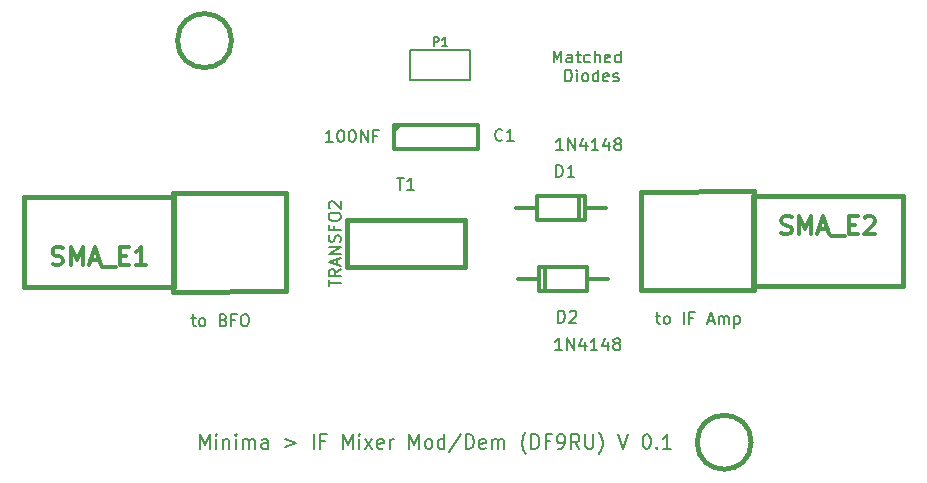
<source format=gto>
G04 #@! TF.FileFunction,Legend,Top*
%FSLAX45Y45*%
G04 Gerber Fmt 4.5, Leading zero omitted, Abs format (unit mm)*
G04 Created by KiCad (PCBNEW (2015-01-25 BZR 5388)-product) date Mo 03 Aug 2015 14:15:33 CEST*
%MOMM*%
G01*
G04 APERTURE LIST*
%ADD10C,0.150000*%
%ADD11C,0.200660*%
%ADD12C,0.381000*%
%ADD13C,0.152400*%
%ADD14C,0.317500*%
%ADD15C,0.304800*%
%ADD16C,0.203200*%
G04 APERTURE END LIST*
D10*
D11*
X16519930Y-8832487D02*
X16558054Y-8832487D01*
X16534227Y-8799129D02*
X16534227Y-8884908D01*
X16538992Y-8894439D01*
X16548523Y-8899205D01*
X16558054Y-8899205D01*
X16605710Y-8899205D02*
X16596178Y-8894439D01*
X16591413Y-8889673D01*
X16586647Y-8880142D01*
X16586647Y-8851549D01*
X16591413Y-8842018D01*
X16596178Y-8837253D01*
X16605710Y-8832487D01*
X16620006Y-8832487D01*
X16629537Y-8837253D01*
X16634303Y-8842018D01*
X16639068Y-8851549D01*
X16639068Y-8880142D01*
X16634303Y-8889673D01*
X16629537Y-8894439D01*
X16620006Y-8899205D01*
X16605710Y-8899205D01*
X16758206Y-8899205D02*
X16758206Y-8799129D01*
X16839220Y-8846784D02*
X16805862Y-8846784D01*
X16805862Y-8899205D02*
X16805862Y-8799129D01*
X16853517Y-8799129D01*
X16963124Y-8870611D02*
X17010779Y-8870611D01*
X16953593Y-8899205D02*
X16986952Y-8799129D01*
X17020310Y-8899205D01*
X17053669Y-8899205D02*
X17053669Y-8832487D01*
X17053669Y-8842018D02*
X17058434Y-8837253D01*
X17067965Y-8832487D01*
X17082262Y-8832487D01*
X17091793Y-8837253D01*
X17096559Y-8846784D01*
X17096559Y-8899205D01*
X17096559Y-8846784D02*
X17101324Y-8837253D01*
X17110855Y-8832487D01*
X17125152Y-8832487D01*
X17134683Y-8837253D01*
X17139448Y-8846784D01*
X17139448Y-8899205D01*
X17187104Y-8832487D02*
X17187104Y-8932563D01*
X17187104Y-8837253D02*
X17196635Y-8832487D01*
X17215697Y-8832487D01*
X17225228Y-8837253D01*
X17229993Y-8842018D01*
X17234759Y-8851549D01*
X17234759Y-8880142D01*
X17229993Y-8889673D01*
X17225228Y-8894439D01*
X17215697Y-8899205D01*
X17196635Y-8899205D01*
X17187104Y-8894439D01*
X12589099Y-8850521D02*
X12627223Y-8850521D01*
X12603395Y-8817163D02*
X12603395Y-8902942D01*
X12608161Y-8912473D01*
X12617692Y-8917239D01*
X12627223Y-8917239D01*
X12674878Y-8917239D02*
X12665347Y-8912473D01*
X12660582Y-8907707D01*
X12655816Y-8898176D01*
X12655816Y-8869583D01*
X12660582Y-8860052D01*
X12665347Y-8855287D01*
X12674878Y-8850521D01*
X12689175Y-8850521D01*
X12698706Y-8855287D01*
X12703471Y-8860052D01*
X12708237Y-8869583D01*
X12708237Y-8898176D01*
X12703471Y-8907707D01*
X12698706Y-8912473D01*
X12689175Y-8917239D01*
X12674878Y-8917239D01*
X12860734Y-8864818D02*
X12875030Y-8869583D01*
X12879796Y-8874349D01*
X12884561Y-8883880D01*
X12884561Y-8898176D01*
X12879796Y-8907707D01*
X12875030Y-8912473D01*
X12865499Y-8917239D01*
X12827375Y-8917239D01*
X12827375Y-8817163D01*
X12860734Y-8817163D01*
X12870265Y-8821928D01*
X12875030Y-8826694D01*
X12879796Y-8836225D01*
X12879796Y-8845756D01*
X12875030Y-8855287D01*
X12870265Y-8860052D01*
X12860734Y-8864818D01*
X12827375Y-8864818D01*
X12960810Y-8864818D02*
X12927451Y-8864818D01*
X12927451Y-8917239D02*
X12927451Y-8817163D01*
X12975106Y-8817163D01*
X13032292Y-8817163D02*
X13051355Y-8817163D01*
X13060886Y-8821928D01*
X13070417Y-8831459D01*
X13075182Y-8850521D01*
X13075182Y-8883880D01*
X13070417Y-8902942D01*
X13060886Y-8912473D01*
X13051355Y-8917239D01*
X13032292Y-8917239D01*
X13022761Y-8912473D01*
X13013230Y-8902942D01*
X13008465Y-8883880D01*
X13008465Y-8850521D01*
X13013230Y-8831459D01*
X13022761Y-8821928D01*
X13032292Y-8817163D01*
X15655435Y-6684248D02*
X15655435Y-6584172D01*
X15688794Y-6655655D01*
X15722152Y-6584172D01*
X15722152Y-6684248D01*
X15812697Y-6684248D02*
X15812697Y-6631827D01*
X15807932Y-6622296D01*
X15798401Y-6617531D01*
X15779339Y-6617531D01*
X15769808Y-6622296D01*
X15812697Y-6679483D02*
X15803166Y-6684248D01*
X15779339Y-6684248D01*
X15769808Y-6679483D01*
X15765042Y-6669952D01*
X15765042Y-6660421D01*
X15769808Y-6650890D01*
X15779339Y-6646124D01*
X15803166Y-6646124D01*
X15812697Y-6641359D01*
X15846056Y-6617531D02*
X15884180Y-6617531D01*
X15860353Y-6584172D02*
X15860353Y-6669952D01*
X15865118Y-6679483D01*
X15874649Y-6684248D01*
X15884180Y-6684248D01*
X15960429Y-6679483D02*
X15950898Y-6684248D01*
X15931836Y-6684248D01*
X15922304Y-6679483D01*
X15917539Y-6674717D01*
X15912773Y-6665186D01*
X15912773Y-6636593D01*
X15917539Y-6627062D01*
X15922304Y-6622296D01*
X15931836Y-6617531D01*
X15950898Y-6617531D01*
X15960429Y-6622296D01*
X16003318Y-6684248D02*
X16003318Y-6584172D01*
X16046208Y-6684248D02*
X16046208Y-6631827D01*
X16041443Y-6622296D01*
X16031912Y-6617531D01*
X16017615Y-6617531D01*
X16008084Y-6622296D01*
X16003318Y-6627062D01*
X16131988Y-6679483D02*
X16122457Y-6684248D01*
X16103394Y-6684248D01*
X16093863Y-6679483D01*
X16089098Y-6669952D01*
X16089098Y-6631827D01*
X16093863Y-6622296D01*
X16103394Y-6617531D01*
X16122457Y-6617531D01*
X16131988Y-6622296D01*
X16136753Y-6631827D01*
X16136753Y-6641359D01*
X16089098Y-6650890D01*
X16222532Y-6684248D02*
X16222532Y-6584172D01*
X16222532Y-6679483D02*
X16213001Y-6684248D01*
X16193939Y-6684248D01*
X16184408Y-6679483D01*
X16179643Y-6674717D01*
X16174877Y-6665186D01*
X16174877Y-6636593D01*
X16179643Y-6627062D01*
X16184408Y-6622296D01*
X16193939Y-6617531D01*
X16213001Y-6617531D01*
X16222532Y-6622296D01*
X15753128Y-6844421D02*
X15753128Y-6744345D01*
X15776956Y-6744345D01*
X15791253Y-6749110D01*
X15800784Y-6758641D01*
X15805549Y-6768172D01*
X15810315Y-6787234D01*
X15810315Y-6801531D01*
X15805549Y-6820593D01*
X15800784Y-6830124D01*
X15791253Y-6839655D01*
X15776956Y-6844421D01*
X15753128Y-6844421D01*
X15853204Y-6844421D02*
X15853204Y-6777703D01*
X15853204Y-6744345D02*
X15848439Y-6749110D01*
X15853204Y-6753876D01*
X15857970Y-6749110D01*
X15853204Y-6744345D01*
X15853204Y-6753876D01*
X15915156Y-6844421D02*
X15905625Y-6839655D01*
X15900860Y-6834890D01*
X15896094Y-6825359D01*
X15896094Y-6796765D01*
X15900860Y-6787234D01*
X15905625Y-6782469D01*
X15915156Y-6777703D01*
X15929453Y-6777703D01*
X15938984Y-6782469D01*
X15943749Y-6787234D01*
X15948515Y-6796765D01*
X15948515Y-6825359D01*
X15943749Y-6834890D01*
X15938984Y-6839655D01*
X15929453Y-6844421D01*
X15915156Y-6844421D01*
X16034294Y-6844421D02*
X16034294Y-6744345D01*
X16034294Y-6839655D02*
X16024763Y-6844421D01*
X16005701Y-6844421D01*
X15996170Y-6839655D01*
X15991405Y-6834890D01*
X15986639Y-6825359D01*
X15986639Y-6796765D01*
X15991405Y-6787234D01*
X15996170Y-6782469D01*
X16005701Y-6777703D01*
X16024763Y-6777703D01*
X16034294Y-6782469D01*
X16120074Y-6839655D02*
X16110543Y-6844421D01*
X16091481Y-6844421D01*
X16081950Y-6839655D01*
X16077184Y-6830124D01*
X16077184Y-6792000D01*
X16081950Y-6782469D01*
X16091481Y-6777703D01*
X16110543Y-6777703D01*
X16120074Y-6782469D01*
X16124839Y-6792000D01*
X16124839Y-6801531D01*
X16077184Y-6811062D01*
X16162963Y-6839655D02*
X16172494Y-6844421D01*
X16191557Y-6844421D01*
X16201088Y-6839655D01*
X16205853Y-6830124D01*
X16205853Y-6825359D01*
X16201088Y-6815827D01*
X16191557Y-6811062D01*
X16177260Y-6811062D01*
X16167729Y-6806296D01*
X16162963Y-6796765D01*
X16162963Y-6792000D01*
X16167729Y-6782469D01*
X16177260Y-6777703D01*
X16191557Y-6777703D01*
X16201088Y-6782469D01*
X12664755Y-9954139D02*
X12664755Y-9834251D01*
X12704717Y-9919885D01*
X12744680Y-9834251D01*
X12744680Y-9954139D01*
X12801770Y-9954139D02*
X12801770Y-9874214D01*
X12801770Y-9834251D02*
X12796061Y-9839960D01*
X12801770Y-9845669D01*
X12807479Y-9839960D01*
X12801770Y-9834251D01*
X12801770Y-9845669D01*
X12858859Y-9874214D02*
X12858859Y-9954139D01*
X12858859Y-9885632D02*
X12864568Y-9879923D01*
X12875986Y-9874214D01*
X12893113Y-9874214D01*
X12904531Y-9879923D01*
X12910240Y-9891341D01*
X12910240Y-9954139D01*
X12967329Y-9954139D02*
X12967329Y-9874214D01*
X12967329Y-9834251D02*
X12961620Y-9839960D01*
X12967329Y-9845669D01*
X12973038Y-9839960D01*
X12967329Y-9834251D01*
X12967329Y-9845669D01*
X13024419Y-9954139D02*
X13024419Y-9874214D01*
X13024419Y-9885632D02*
X13030128Y-9879923D01*
X13041546Y-9874214D01*
X13058672Y-9874214D01*
X13070090Y-9879923D01*
X13075799Y-9891341D01*
X13075799Y-9954139D01*
X13075799Y-9891341D02*
X13081508Y-9879923D01*
X13092926Y-9874214D01*
X13110053Y-9874214D01*
X13121471Y-9879923D01*
X13127180Y-9891341D01*
X13127180Y-9954139D01*
X13235650Y-9954139D02*
X13235650Y-9891341D01*
X13229941Y-9879923D01*
X13218523Y-9874214D01*
X13195687Y-9874214D01*
X13184269Y-9879923D01*
X13235650Y-9948430D02*
X13224232Y-9954139D01*
X13195687Y-9954139D01*
X13184269Y-9948430D01*
X13178560Y-9937012D01*
X13178560Y-9925594D01*
X13184269Y-9914176D01*
X13195687Y-9908467D01*
X13224232Y-9908467D01*
X13235650Y-9902759D01*
X13384083Y-9874214D02*
X13475426Y-9908467D01*
X13384083Y-9942721D01*
X13623859Y-9954139D02*
X13623859Y-9834251D01*
X13720911Y-9891341D02*
X13680948Y-9891341D01*
X13680948Y-9954139D02*
X13680948Y-9834251D01*
X13738038Y-9834251D01*
X13875053Y-9954139D02*
X13875053Y-9834251D01*
X13915015Y-9919885D01*
X13954978Y-9834251D01*
X13954978Y-9954139D01*
X14012067Y-9954139D02*
X14012067Y-9874214D01*
X14012067Y-9834251D02*
X14006358Y-9839960D01*
X14012067Y-9845669D01*
X14017776Y-9839960D01*
X14012067Y-9834251D01*
X14012067Y-9845669D01*
X14057739Y-9954139D02*
X14120537Y-9874214D01*
X14057739Y-9874214D02*
X14120537Y-9954139D01*
X14211881Y-9948430D02*
X14200463Y-9954139D01*
X14177627Y-9954139D01*
X14166209Y-9948430D01*
X14160500Y-9937012D01*
X14160500Y-9891341D01*
X14166209Y-9879923D01*
X14177627Y-9874214D01*
X14200463Y-9874214D01*
X14211881Y-9879923D01*
X14217590Y-9891341D01*
X14217590Y-9902759D01*
X14160500Y-9914176D01*
X14268970Y-9954139D02*
X14268970Y-9874214D01*
X14268970Y-9897050D02*
X14274679Y-9885632D01*
X14280388Y-9879923D01*
X14291806Y-9874214D01*
X14303224Y-9874214D01*
X14434530Y-9954139D02*
X14434530Y-9834251D01*
X14474492Y-9919885D01*
X14514455Y-9834251D01*
X14514455Y-9954139D01*
X14588672Y-9954139D02*
X14577254Y-9948430D01*
X14571545Y-9942721D01*
X14565836Y-9931303D01*
X14565836Y-9897050D01*
X14571545Y-9885632D01*
X14577254Y-9879923D01*
X14588672Y-9874214D01*
X14605798Y-9874214D01*
X14617216Y-9879923D01*
X14622925Y-9885632D01*
X14628634Y-9897050D01*
X14628634Y-9931303D01*
X14622925Y-9942721D01*
X14617216Y-9948430D01*
X14605798Y-9954139D01*
X14588672Y-9954139D01*
X14731395Y-9954139D02*
X14731395Y-9834251D01*
X14731395Y-9948430D02*
X14719977Y-9954139D01*
X14697142Y-9954139D01*
X14685724Y-9948430D01*
X14680015Y-9942721D01*
X14674306Y-9931303D01*
X14674306Y-9897050D01*
X14680015Y-9885632D01*
X14685724Y-9879923D01*
X14697142Y-9874214D01*
X14719977Y-9874214D01*
X14731395Y-9879923D01*
X14874119Y-9828542D02*
X14771358Y-9982684D01*
X14914082Y-9954139D02*
X14914082Y-9834251D01*
X14942627Y-9834251D01*
X14959754Y-9839960D01*
X14971171Y-9851378D01*
X14976880Y-9862796D01*
X14982589Y-9885632D01*
X14982589Y-9902759D01*
X14976880Y-9925594D01*
X14971171Y-9937012D01*
X14959754Y-9948430D01*
X14942627Y-9954139D01*
X14914082Y-9954139D01*
X15079642Y-9948430D02*
X15068224Y-9954139D01*
X15045388Y-9954139D01*
X15033970Y-9948430D01*
X15028261Y-9937012D01*
X15028261Y-9891341D01*
X15033970Y-9879923D01*
X15045388Y-9874214D01*
X15068224Y-9874214D01*
X15079642Y-9879923D01*
X15085350Y-9891341D01*
X15085350Y-9902759D01*
X15028261Y-9914176D01*
X15136731Y-9954139D02*
X15136731Y-9874214D01*
X15136731Y-9885632D02*
X15142440Y-9879923D01*
X15153858Y-9874214D01*
X15170985Y-9874214D01*
X15182403Y-9879923D01*
X15188112Y-9891341D01*
X15188112Y-9954139D01*
X15188112Y-9891341D02*
X15193821Y-9879923D01*
X15205238Y-9874214D01*
X15222365Y-9874214D01*
X15233783Y-9879923D01*
X15239492Y-9891341D01*
X15239492Y-9954139D01*
X15422179Y-9999811D02*
X15416470Y-9994102D01*
X15405052Y-9976975D01*
X15399343Y-9965557D01*
X15393634Y-9948430D01*
X15387925Y-9919885D01*
X15387925Y-9897050D01*
X15393634Y-9868505D01*
X15399343Y-9851378D01*
X15405052Y-9839960D01*
X15416470Y-9822833D01*
X15422179Y-9817124D01*
X15467850Y-9954139D02*
X15467850Y-9834251D01*
X15496395Y-9834251D01*
X15513522Y-9839960D01*
X15524940Y-9851378D01*
X15530649Y-9862796D01*
X15536358Y-9885632D01*
X15536358Y-9902759D01*
X15530649Y-9925594D01*
X15524940Y-9937012D01*
X15513522Y-9948430D01*
X15496395Y-9954139D01*
X15467850Y-9954139D01*
X15627701Y-9891341D02*
X15587738Y-9891341D01*
X15587738Y-9954139D02*
X15587738Y-9834251D01*
X15644828Y-9834251D01*
X15696208Y-9954139D02*
X15719044Y-9954139D01*
X15730462Y-9948430D01*
X15736171Y-9942721D01*
X15747589Y-9925594D01*
X15753298Y-9902759D01*
X15753298Y-9857087D01*
X15747589Y-9845669D01*
X15741880Y-9839960D01*
X15730462Y-9834251D01*
X15707626Y-9834251D01*
X15696208Y-9839960D01*
X15690499Y-9845669D01*
X15684790Y-9857087D01*
X15684790Y-9885632D01*
X15690499Y-9897050D01*
X15696208Y-9902759D01*
X15707626Y-9908467D01*
X15730462Y-9908467D01*
X15741880Y-9902759D01*
X15747589Y-9897050D01*
X15753298Y-9885632D01*
X15873186Y-9954139D02*
X15833223Y-9897050D01*
X15804678Y-9954139D02*
X15804678Y-9834251D01*
X15850350Y-9834251D01*
X15861768Y-9839960D01*
X15867477Y-9845669D01*
X15873186Y-9857087D01*
X15873186Y-9874214D01*
X15867477Y-9885632D01*
X15861768Y-9891341D01*
X15850350Y-9897050D01*
X15804678Y-9897050D01*
X15924566Y-9834251D02*
X15924566Y-9931303D01*
X15930275Y-9942721D01*
X15935984Y-9948430D01*
X15947402Y-9954139D01*
X15970238Y-9954139D01*
X15981656Y-9948430D01*
X15987365Y-9942721D01*
X15993074Y-9931303D01*
X15993074Y-9834251D01*
X16038745Y-9999811D02*
X16044454Y-9994102D01*
X16055872Y-9976975D01*
X16061581Y-9965557D01*
X16067290Y-9948430D01*
X16072999Y-9919885D01*
X16072999Y-9897050D01*
X16067290Y-9868505D01*
X16061581Y-9851378D01*
X16055872Y-9839960D01*
X16044454Y-9822833D01*
X16038745Y-9817124D01*
X16204305Y-9834251D02*
X16244268Y-9954139D01*
X16284230Y-9834251D01*
X16438372Y-9834251D02*
X16449790Y-9834251D01*
X16461208Y-9839960D01*
X16466917Y-9845669D01*
X16472626Y-9857087D01*
X16478335Y-9879923D01*
X16478335Y-9908467D01*
X16472626Y-9931303D01*
X16466917Y-9942721D01*
X16461208Y-9948430D01*
X16449790Y-9954139D01*
X16438372Y-9954139D01*
X16426954Y-9948430D01*
X16421245Y-9942721D01*
X16415536Y-9931303D01*
X16409827Y-9908467D01*
X16409827Y-9879923D01*
X16415536Y-9857087D01*
X16421245Y-9845669D01*
X16426954Y-9839960D01*
X16438372Y-9834251D01*
X16529715Y-9942721D02*
X16535424Y-9948430D01*
X16529715Y-9954139D01*
X16524006Y-9948430D01*
X16529715Y-9942721D01*
X16529715Y-9954139D01*
X16649603Y-9954139D02*
X16581096Y-9954139D01*
X16615349Y-9954139D02*
X16615349Y-9834251D01*
X16603931Y-9851378D01*
X16592514Y-9862796D01*
X16581096Y-9868505D01*
D12*
X17328642Y-9900158D02*
G75*
G03X17328642Y-9900158I-228600J0D01*
G01*
X12928600Y-6499860D02*
G75*
G03X12928600Y-6499860I-228600J0D01*
G01*
D13*
X14441932Y-6830060D02*
X14441932Y-6576060D01*
X14441932Y-6576060D02*
X14949932Y-6576060D01*
X14949932Y-6576060D02*
X14949932Y-6830060D01*
X14949932Y-6830060D02*
X14441932Y-6830060D01*
D14*
X15533878Y-8520938D02*
X15356078Y-8520938D01*
X15940278Y-8520938D02*
X16118078Y-8520938D01*
X15584678Y-8622538D02*
X15584678Y-8419338D01*
X15940278Y-8622538D02*
X15940278Y-8419338D01*
X15940278Y-8419338D02*
X15533878Y-8419338D01*
X15533878Y-8419338D02*
X15533878Y-8622538D01*
X15533878Y-8622538D02*
X15940278Y-8622538D01*
X15924276Y-7919974D02*
X16102076Y-7919974D01*
X15517876Y-7919974D02*
X15340076Y-7919974D01*
X15873476Y-7818374D02*
X15873476Y-8021574D01*
X15517876Y-7818374D02*
X15517876Y-8021574D01*
X15517876Y-8021574D02*
X15924276Y-8021574D01*
X15924276Y-8021574D02*
X15924276Y-7818374D01*
X15924276Y-7818374D02*
X15517876Y-7818374D01*
D15*
X14308328Y-7210298D02*
X15019528Y-7210298D01*
X15019528Y-7210298D02*
X15019528Y-7413498D01*
X15019528Y-7413498D02*
X14308328Y-7413498D01*
X14308328Y-7413498D02*
X14308328Y-7210298D01*
X14308328Y-7261098D02*
X14359128Y-7210298D01*
D12*
X14907006Y-8017002D02*
X14907006Y-8416798D01*
X14907006Y-8416798D02*
X13906754Y-8416798D01*
X13906754Y-8416798D02*
X13906754Y-8017002D01*
X13906754Y-8017002D02*
X14907006Y-8017002D01*
X13384800Y-8619560D02*
X12434840Y-8624640D01*
X12434840Y-8624640D02*
X12434840Y-7786440D01*
X12434840Y-7786440D02*
X13389880Y-7786440D01*
X13389880Y-7786440D02*
X13389880Y-8619560D01*
X12445000Y-8586540D02*
X12445000Y-7824540D01*
X12445000Y-7824540D02*
X11175000Y-7824540D01*
X11175000Y-7824540D02*
X11175000Y-8586540D01*
X11175000Y-8586540D02*
X12445000Y-8586540D01*
X16405200Y-7780440D02*
X17355160Y-7775360D01*
X17355160Y-7775360D02*
X17355160Y-8613560D01*
X17355160Y-8613560D02*
X16400120Y-8613560D01*
X16400120Y-8613560D02*
X16400120Y-7780440D01*
X17345000Y-7813460D02*
X17345000Y-8575460D01*
X17345000Y-8575460D02*
X18615000Y-8575460D01*
X18615000Y-8575460D02*
X18615000Y-7813460D01*
X18615000Y-7813460D02*
X17345000Y-7813460D01*
D13*
X14639689Y-6547031D02*
X14639689Y-6470831D01*
X14668718Y-6470831D01*
X14675975Y-6474460D01*
X14679603Y-6478089D01*
X14683232Y-6485346D01*
X14683232Y-6496231D01*
X14679603Y-6503489D01*
X14675975Y-6507117D01*
X14668718Y-6510746D01*
X14639689Y-6510746D01*
X14755803Y-6547031D02*
X14712261Y-6547031D01*
X14734032Y-6547031D02*
X14734032Y-6470831D01*
X14726775Y-6481717D01*
X14719518Y-6488974D01*
X14712261Y-6492603D01*
D16*
X15694092Y-8886940D02*
X15694092Y-8785340D01*
X15718282Y-8785340D01*
X15732796Y-8790178D01*
X15742472Y-8799854D01*
X15747311Y-8809530D01*
X15752149Y-8828883D01*
X15752149Y-8843397D01*
X15747311Y-8862749D01*
X15742472Y-8872426D01*
X15732796Y-8882102D01*
X15718282Y-8886940D01*
X15694092Y-8886940D01*
X15790853Y-8795016D02*
X15795692Y-8790178D01*
X15805368Y-8785340D01*
X15829558Y-8785340D01*
X15839234Y-8790178D01*
X15844072Y-8795016D01*
X15848911Y-8804692D01*
X15848911Y-8814369D01*
X15844072Y-8828883D01*
X15786015Y-8886940D01*
X15848911Y-8886940D01*
X15727390Y-9119858D02*
X15669333Y-9119858D01*
X15698361Y-9119858D02*
X15698361Y-9018258D01*
X15688685Y-9032772D01*
X15679009Y-9042448D01*
X15669333Y-9047287D01*
X15770933Y-9119858D02*
X15770933Y-9018258D01*
X15828990Y-9119858D01*
X15828990Y-9018258D01*
X15920913Y-9052125D02*
X15920913Y-9119858D01*
X15896723Y-9013420D02*
X15872533Y-9085991D01*
X15935428Y-9085991D01*
X16027352Y-9119858D02*
X15969294Y-9119858D01*
X15998323Y-9119858D02*
X15998323Y-9018258D01*
X15988647Y-9032772D01*
X15978971Y-9042448D01*
X15969294Y-9047287D01*
X16114437Y-9052125D02*
X16114437Y-9119858D01*
X16090247Y-9013420D02*
X16066056Y-9085991D01*
X16128952Y-9085991D01*
X16182171Y-9061801D02*
X16172494Y-9056963D01*
X16167656Y-9052125D01*
X16162818Y-9042448D01*
X16162818Y-9037610D01*
X16167656Y-9027934D01*
X16172494Y-9023096D01*
X16182171Y-9018258D01*
X16201523Y-9018258D01*
X16211199Y-9023096D01*
X16216037Y-9027934D01*
X16220875Y-9037610D01*
X16220875Y-9042448D01*
X16216037Y-9052125D01*
X16211199Y-9056963D01*
X16201523Y-9061801D01*
X16182171Y-9061801D01*
X16172494Y-9066639D01*
X16167656Y-9071477D01*
X16162818Y-9081153D01*
X16162818Y-9100506D01*
X16167656Y-9110182D01*
X16172494Y-9115020D01*
X16182171Y-9119858D01*
X16201523Y-9119858D01*
X16211199Y-9115020D01*
X16216037Y-9110182D01*
X16220875Y-9100506D01*
X16220875Y-9081153D01*
X16216037Y-9071477D01*
X16211199Y-9066639D01*
X16201523Y-9061801D01*
X15678090Y-7654024D02*
X15678090Y-7552424D01*
X15702280Y-7552424D01*
X15716794Y-7557262D01*
X15726470Y-7566938D01*
X15731309Y-7576614D01*
X15736147Y-7595967D01*
X15736147Y-7610481D01*
X15731309Y-7629833D01*
X15726470Y-7639510D01*
X15716794Y-7649186D01*
X15702280Y-7654024D01*
X15678090Y-7654024D01*
X15832909Y-7654024D02*
X15774851Y-7654024D01*
X15803880Y-7654024D02*
X15803880Y-7552424D01*
X15794204Y-7566938D01*
X15784528Y-7576614D01*
X15774851Y-7581452D01*
X15735264Y-7429996D02*
X15677207Y-7429996D01*
X15706235Y-7429996D02*
X15706235Y-7328396D01*
X15696559Y-7342910D01*
X15686883Y-7352586D01*
X15677207Y-7357424D01*
X15778807Y-7429996D02*
X15778807Y-7328396D01*
X15836864Y-7429996D01*
X15836864Y-7328396D01*
X15928787Y-7362263D02*
X15928787Y-7429996D01*
X15904597Y-7323558D02*
X15880407Y-7396129D01*
X15943302Y-7396129D01*
X16035226Y-7429996D02*
X15977168Y-7429996D01*
X16006197Y-7429996D02*
X16006197Y-7328396D01*
X15996521Y-7342910D01*
X15986845Y-7352586D01*
X15977168Y-7357424D01*
X16122311Y-7362263D02*
X16122311Y-7429996D01*
X16098121Y-7323558D02*
X16073930Y-7396129D01*
X16136826Y-7396129D01*
X16190045Y-7371939D02*
X16180368Y-7367101D01*
X16175530Y-7362263D01*
X16170692Y-7352586D01*
X16170692Y-7347748D01*
X16175530Y-7338072D01*
X16180368Y-7333234D01*
X16190045Y-7328396D01*
X16209397Y-7328396D01*
X16219073Y-7333234D01*
X16223911Y-7338072D01*
X16228749Y-7347748D01*
X16228749Y-7352586D01*
X16223911Y-7362263D01*
X16219073Y-7367101D01*
X16209397Y-7371939D01*
X16190045Y-7371939D01*
X16180368Y-7376777D01*
X16175530Y-7381615D01*
X16170692Y-7391291D01*
X16170692Y-7410643D01*
X16175530Y-7420320D01*
X16180368Y-7425158D01*
X16190045Y-7429996D01*
X16209397Y-7429996D01*
X16219073Y-7425158D01*
X16223911Y-7420320D01*
X16228749Y-7410643D01*
X16228749Y-7391291D01*
X16223911Y-7381615D01*
X16219073Y-7376777D01*
X16209397Y-7371939D01*
X15223067Y-7340310D02*
X15218229Y-7345148D01*
X15203714Y-7349986D01*
X15194038Y-7349986D01*
X15179524Y-7345148D01*
X15169848Y-7335472D01*
X15165010Y-7325795D01*
X15160171Y-7306443D01*
X15160171Y-7291929D01*
X15165010Y-7272576D01*
X15169848Y-7262900D01*
X15179524Y-7253224D01*
X15194038Y-7248386D01*
X15203714Y-7248386D01*
X15218229Y-7253224D01*
X15223067Y-7258062D01*
X15319829Y-7349986D02*
X15261771Y-7349986D01*
X15290800Y-7349986D02*
X15290800Y-7248386D01*
X15281124Y-7262900D01*
X15271448Y-7272576D01*
X15261771Y-7277414D01*
X13786455Y-7357860D02*
X13728398Y-7357860D01*
X13757426Y-7357860D02*
X13757426Y-7256260D01*
X13747750Y-7270774D01*
X13738074Y-7280450D01*
X13728398Y-7285288D01*
X13849350Y-7256260D02*
X13859026Y-7256260D01*
X13868702Y-7261098D01*
X13873540Y-7265936D01*
X13878379Y-7275612D01*
X13883217Y-7294965D01*
X13883217Y-7319155D01*
X13878379Y-7338507D01*
X13873540Y-7348184D01*
X13868702Y-7353022D01*
X13859026Y-7357860D01*
X13849350Y-7357860D01*
X13839674Y-7353022D01*
X13834836Y-7348184D01*
X13829998Y-7338507D01*
X13825160Y-7319155D01*
X13825160Y-7294965D01*
X13829998Y-7275612D01*
X13834836Y-7265936D01*
X13839674Y-7261098D01*
X13849350Y-7256260D01*
X13946112Y-7256260D02*
X13955788Y-7256260D01*
X13965464Y-7261098D01*
X13970302Y-7265936D01*
X13975140Y-7275612D01*
X13979979Y-7294965D01*
X13979979Y-7319155D01*
X13975140Y-7338507D01*
X13970302Y-7348184D01*
X13965464Y-7353022D01*
X13955788Y-7357860D01*
X13946112Y-7357860D01*
X13936436Y-7353022D01*
X13931598Y-7348184D01*
X13926760Y-7338507D01*
X13921921Y-7319155D01*
X13921921Y-7294965D01*
X13926760Y-7275612D01*
X13931598Y-7265936D01*
X13936436Y-7261098D01*
X13946112Y-7256260D01*
X14023521Y-7357860D02*
X14023521Y-7256260D01*
X14081579Y-7357860D01*
X14081579Y-7256260D01*
X14163826Y-7304641D02*
X14129960Y-7304641D01*
X14129960Y-7357860D02*
X14129960Y-7256260D01*
X14178340Y-7256260D01*
D11*
X14330632Y-7661970D02*
X14387818Y-7661970D01*
X14359225Y-7762046D02*
X14359225Y-7661970D01*
X14473597Y-7762046D02*
X14416411Y-7762046D01*
X14445004Y-7762046D02*
X14445004Y-7661970D01*
X14435473Y-7676267D01*
X14425942Y-7685798D01*
X14416411Y-7690564D01*
X13752128Y-8581463D02*
X13752128Y-8524276D01*
X13852204Y-8552869D02*
X13752128Y-8552869D01*
X13852204Y-8433731D02*
X13804549Y-8467090D01*
X13852204Y-8490918D02*
X13752128Y-8490918D01*
X13752128Y-8452793D01*
X13756894Y-8443262D01*
X13761659Y-8438497D01*
X13771191Y-8433731D01*
X13785487Y-8433731D01*
X13795018Y-8438497D01*
X13799784Y-8443262D01*
X13804549Y-8452793D01*
X13804549Y-8490918D01*
X13823611Y-8395607D02*
X13823611Y-8347952D01*
X13852204Y-8405138D02*
X13752128Y-8371779D01*
X13852204Y-8338421D01*
X13852204Y-8305062D02*
X13752128Y-8305062D01*
X13852204Y-8247876D01*
X13752128Y-8247876D01*
X13847439Y-8204986D02*
X13852204Y-8190690D01*
X13852204Y-8166862D01*
X13847439Y-8157331D01*
X13842673Y-8152565D01*
X13833142Y-8147800D01*
X13823611Y-8147800D01*
X13814080Y-8152565D01*
X13809315Y-8157331D01*
X13804549Y-8166862D01*
X13799784Y-8185924D01*
X13795018Y-8195455D01*
X13790253Y-8200221D01*
X13780722Y-8204986D01*
X13771191Y-8204986D01*
X13761659Y-8200221D01*
X13756894Y-8195455D01*
X13752128Y-8185924D01*
X13752128Y-8162096D01*
X13756894Y-8147800D01*
X13799784Y-8071551D02*
X13799784Y-8104910D01*
X13852204Y-8104910D02*
X13752128Y-8104910D01*
X13752128Y-8057255D01*
X13752128Y-8000069D02*
X13752128Y-7981007D01*
X13756894Y-7971475D01*
X13766425Y-7961944D01*
X13785487Y-7957179D01*
X13818846Y-7957179D01*
X13837908Y-7961944D01*
X13847439Y-7971475D01*
X13852204Y-7981007D01*
X13852204Y-8000069D01*
X13847439Y-8009600D01*
X13837908Y-8019131D01*
X13818846Y-8023896D01*
X13785487Y-8023896D01*
X13766425Y-8019131D01*
X13756894Y-8009600D01*
X13752128Y-8000069D01*
X13761659Y-7919055D02*
X13756894Y-7914289D01*
X13752128Y-7904758D01*
X13752128Y-7880931D01*
X13756894Y-7871400D01*
X13761659Y-7866634D01*
X13771191Y-7861868D01*
X13780722Y-7861868D01*
X13795018Y-7866634D01*
X13852204Y-7923820D01*
X13852204Y-7861868D01*
D15*
X11414486Y-8391686D02*
X11436257Y-8398943D01*
X11472543Y-8398943D01*
X11487057Y-8391686D01*
X11494314Y-8384429D01*
X11501571Y-8369914D01*
X11501571Y-8355400D01*
X11494314Y-8340886D01*
X11487057Y-8333629D01*
X11472543Y-8326371D01*
X11443514Y-8319114D01*
X11429000Y-8311857D01*
X11421743Y-8304600D01*
X11414486Y-8290086D01*
X11414486Y-8275571D01*
X11421743Y-8261057D01*
X11429000Y-8253800D01*
X11443514Y-8246543D01*
X11479800Y-8246543D01*
X11501571Y-8253800D01*
X11566886Y-8398943D02*
X11566886Y-8246543D01*
X11617686Y-8355400D01*
X11668486Y-8246543D01*
X11668486Y-8398943D01*
X11733800Y-8355400D02*
X11806371Y-8355400D01*
X11719286Y-8398943D02*
X11770086Y-8246543D01*
X11820886Y-8398943D01*
X11835400Y-8413457D02*
X11951514Y-8413457D01*
X11987800Y-8319114D02*
X12038600Y-8319114D01*
X12060371Y-8398943D02*
X11987800Y-8398943D01*
X11987800Y-8246543D01*
X12060371Y-8246543D01*
X12205514Y-8398943D02*
X12118429Y-8398943D01*
X12161971Y-8398943D02*
X12161971Y-8246543D01*
X12147457Y-8268314D01*
X12132943Y-8282829D01*
X12118429Y-8290086D01*
X17584486Y-8131686D02*
X17606257Y-8138943D01*
X17642543Y-8138943D01*
X17657057Y-8131686D01*
X17664314Y-8124429D01*
X17671571Y-8109914D01*
X17671571Y-8095400D01*
X17664314Y-8080886D01*
X17657057Y-8073629D01*
X17642543Y-8066371D01*
X17613514Y-8059114D01*
X17599000Y-8051857D01*
X17591743Y-8044600D01*
X17584486Y-8030086D01*
X17584486Y-8015571D01*
X17591743Y-8001057D01*
X17599000Y-7993800D01*
X17613514Y-7986543D01*
X17649800Y-7986543D01*
X17671571Y-7993800D01*
X17736886Y-8138943D02*
X17736886Y-7986543D01*
X17787686Y-8095400D01*
X17838486Y-7986543D01*
X17838486Y-8138943D01*
X17903800Y-8095400D02*
X17976371Y-8095400D01*
X17889286Y-8138943D02*
X17940086Y-7986543D01*
X17990886Y-8138943D01*
X18005400Y-8153457D02*
X18121514Y-8153457D01*
X18157800Y-8059114D02*
X18208600Y-8059114D01*
X18230371Y-8138943D02*
X18157800Y-8138943D01*
X18157800Y-7986543D01*
X18230371Y-7986543D01*
X18288429Y-8001057D02*
X18295686Y-7993800D01*
X18310200Y-7986543D01*
X18346486Y-7986543D01*
X18361000Y-7993800D01*
X18368257Y-8001057D01*
X18375514Y-8015571D01*
X18375514Y-8030086D01*
X18368257Y-8051857D01*
X18281171Y-8138943D01*
X18375514Y-8138943D01*
M02*

</source>
